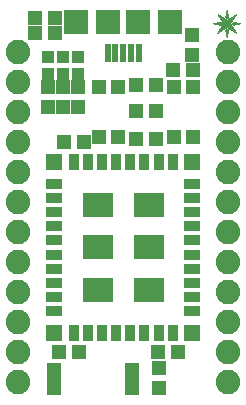
<source format=gts>
G75*
G70*
%OFA0B0*%
%FSLAX24Y24*%
%IPPOS*%
%LPD*%
%AMOC8*
5,1,8,0,0,1.08239X$1,22.5*
%
%ADD10R,0.0513X0.0474*%
%ADD11R,0.0395X0.0395*%
%ADD12C,0.0820*%
%ADD13R,0.0474X0.0513*%
%ADD14R,0.0218X0.0631*%
%ADD15R,0.0789X0.0828*%
%ADD16R,0.0828X0.0828*%
%ADD17R,0.0552X0.0552*%
%ADD18R,0.0552X0.0356*%
%ADD19R,0.0356X0.0552*%
%ADD20R,0.1025X0.0828*%
%ADD21R,0.0480X0.1080*%
%ADD22R,0.0474X0.0474*%
%ADD23C,0.0010*%
D10*
X003258Y008650D03*
X003927Y008650D03*
X003743Y009815D03*
X003743Y010485D03*
X003243Y010485D03*
X003243Y009815D03*
X002743Y009815D03*
X002743Y010485D03*
X006908Y011050D03*
X007577Y011050D03*
X007543Y011565D03*
X007543Y012235D03*
X007077Y001650D03*
X006408Y001650D03*
D11*
X003743Y010905D03*
X003743Y011495D03*
X003243Y011495D03*
X003243Y010905D03*
X002743Y010905D03*
X002743Y011495D03*
D12*
X001743Y000650D03*
X001743Y001650D03*
X001743Y002650D03*
X001743Y003650D03*
X001743Y004650D03*
X001743Y005650D03*
X001743Y006650D03*
X001743Y007650D03*
X001743Y008650D03*
X001743Y009650D03*
X001743Y010650D03*
X001743Y011650D03*
X008743Y011650D03*
X008743Y010650D03*
X008743Y009650D03*
X008743Y008650D03*
X008743Y007650D03*
X008743Y006650D03*
X008743Y005650D03*
X008743Y004650D03*
X008743Y003650D03*
X008743Y002650D03*
X008743Y001650D03*
X008743Y000650D03*
D13*
X006443Y000465D03*
X006443Y001135D03*
X003777Y001650D03*
X003108Y001650D03*
X005658Y008750D03*
X006327Y008750D03*
X006327Y009700D03*
X006327Y010550D03*
X005658Y010550D03*
X005658Y009700D03*
X002977Y012300D03*
X002977Y012800D03*
X002308Y012800D03*
X002308Y012300D03*
D14*
X004731Y011607D03*
X004987Y011607D03*
X005243Y011607D03*
X005499Y011607D03*
X005755Y011607D03*
D15*
X006818Y012650D03*
X003668Y012650D03*
D16*
X004743Y012650D03*
X005743Y012650D03*
D17*
X007546Y007993D03*
X007546Y002284D03*
X002940Y002284D03*
X002940Y007993D03*
D18*
X002940Y007264D03*
X002940Y006792D03*
X002940Y006319D03*
X002940Y005847D03*
X002940Y005374D03*
X002940Y004902D03*
X002940Y004430D03*
X002940Y003957D03*
X002940Y003485D03*
X002940Y003012D03*
X007546Y003012D03*
X007546Y003485D03*
X007546Y003957D03*
X007546Y004430D03*
X007546Y004902D03*
X007546Y005374D03*
X007546Y005847D03*
X007546Y006319D03*
X007546Y006792D03*
X007546Y007264D03*
D19*
X006896Y007993D03*
X006424Y007993D03*
X005951Y007993D03*
X005479Y007993D03*
X005007Y007993D03*
X004534Y007993D03*
X004062Y007993D03*
X003589Y007993D03*
X003589Y002284D03*
X004062Y002284D03*
X004534Y002284D03*
X005007Y002284D03*
X005479Y002284D03*
X005951Y002284D03*
X006424Y002284D03*
X006896Y002284D03*
D20*
X006089Y003721D03*
X006089Y005138D03*
X006089Y006556D03*
X004396Y006556D03*
X004396Y005138D03*
X004396Y003721D03*
D21*
X005543Y000750D03*
X002943Y000750D03*
D22*
X004428Y008823D03*
X005058Y008823D03*
X005058Y010477D03*
X004428Y010477D03*
X006928Y010477D03*
X007558Y010477D03*
X007558Y008823D03*
X006928Y008823D03*
D23*
X008693Y012160D02*
X008743Y012400D01*
X008693Y012430D01*
X008643Y012400D01*
X008693Y012160D01*
X008693Y012161D02*
X008693Y012161D01*
X008691Y012169D02*
X008695Y012169D01*
X008697Y012178D02*
X008689Y012178D01*
X008687Y012186D02*
X008698Y012186D01*
X008700Y012195D02*
X008686Y012195D01*
X008684Y012203D02*
X008702Y012203D01*
X008704Y012212D02*
X008682Y012212D01*
X008680Y012220D02*
X008705Y012220D01*
X008707Y012229D02*
X008678Y012229D01*
X008677Y012237D02*
X008709Y012237D01*
X008711Y012246D02*
X008675Y012246D01*
X008673Y012254D02*
X008712Y012254D01*
X008714Y012263D02*
X008671Y012263D01*
X008670Y012271D02*
X008716Y012271D01*
X008718Y012280D02*
X008668Y012280D01*
X008666Y012288D02*
X008720Y012288D01*
X008721Y012297D02*
X008664Y012297D01*
X008663Y012305D02*
X008723Y012305D01*
X008725Y012314D02*
X008661Y012314D01*
X008659Y012322D02*
X008727Y012322D01*
X008728Y012331D02*
X008657Y012331D01*
X008655Y012339D02*
X008730Y012339D01*
X008732Y012348D02*
X008654Y012348D01*
X008652Y012356D02*
X008734Y012356D01*
X008735Y012365D02*
X008650Y012365D01*
X008648Y012373D02*
X008737Y012373D01*
X008739Y012382D02*
X008647Y012382D01*
X008645Y012390D02*
X008741Y012390D01*
X008743Y012399D02*
X008643Y012399D01*
X008655Y012407D02*
X008731Y012407D01*
X008716Y012416D02*
X008669Y012416D01*
X008683Y012424D02*
X008702Y012424D01*
X008731Y012467D02*
X008895Y012467D01*
X008890Y012475D02*
X008717Y012475D01*
X008703Y012484D02*
X008884Y012484D01*
X008879Y012492D02*
X008509Y012492D01*
X008504Y012484D02*
X008683Y012484D01*
X008693Y012490D02*
X009003Y012300D01*
X008803Y012610D01*
X009003Y012910D01*
X008693Y012720D01*
X008393Y012910D01*
X008583Y012610D01*
X008383Y012290D01*
X008693Y012490D01*
X008670Y012475D02*
X008499Y012475D01*
X008493Y012467D02*
X008657Y012467D01*
X008644Y012458D02*
X008488Y012458D01*
X008483Y012450D02*
X008631Y012450D01*
X008617Y012441D02*
X008477Y012441D01*
X008472Y012433D02*
X008604Y012433D01*
X008591Y012424D02*
X008467Y012424D01*
X008461Y012416D02*
X008578Y012416D01*
X008565Y012407D02*
X008456Y012407D01*
X008451Y012399D02*
X008552Y012399D01*
X008538Y012390D02*
X008446Y012390D01*
X008440Y012382D02*
X008525Y012382D01*
X008512Y012373D02*
X008435Y012373D01*
X008430Y012365D02*
X008499Y012365D01*
X008486Y012356D02*
X008424Y012356D01*
X008419Y012348D02*
X008472Y012348D01*
X008459Y012339D02*
X008414Y012339D01*
X008408Y012331D02*
X008446Y012331D01*
X008433Y012322D02*
X008403Y012322D01*
X008398Y012314D02*
X008420Y012314D01*
X008407Y012305D02*
X008392Y012305D01*
X008393Y012297D02*
X008387Y012297D01*
X008515Y012501D02*
X008873Y012501D01*
X008868Y012509D02*
X008520Y012509D01*
X008525Y012518D02*
X008862Y012518D01*
X008857Y012526D02*
X008531Y012526D01*
X008536Y012535D02*
X008851Y012535D01*
X008846Y012543D02*
X008541Y012543D01*
X008546Y012552D02*
X008840Y012552D01*
X008835Y012560D02*
X008552Y012560D01*
X008557Y012569D02*
X008829Y012569D01*
X008824Y012577D02*
X008562Y012577D01*
X008568Y012586D02*
X008818Y012586D01*
X008813Y012594D02*
X008573Y012594D01*
X008578Y012603D02*
X008807Y012603D01*
X008804Y012611D02*
X008582Y012611D01*
X008577Y012620D02*
X008809Y012620D01*
X008815Y012628D02*
X008571Y012628D01*
X008566Y012637D02*
X008821Y012637D01*
X008826Y012645D02*
X008560Y012645D01*
X008555Y012654D02*
X008832Y012654D01*
X008838Y012662D02*
X008550Y012662D01*
X008544Y012671D02*
X008843Y012671D01*
X008849Y012679D02*
X008539Y012679D01*
X008533Y012688D02*
X008855Y012688D01*
X008860Y012696D02*
X008528Y012696D01*
X008523Y012705D02*
X008866Y012705D01*
X008872Y012713D02*
X008517Y012713D01*
X008512Y012722D02*
X008690Y012722D01*
X008696Y012722D02*
X008877Y012722D01*
X008883Y012730D02*
X008710Y012730D01*
X008724Y012739D02*
X008889Y012739D01*
X008894Y012747D02*
X008737Y012747D01*
X008751Y012756D02*
X008900Y012756D01*
X008906Y012764D02*
X008765Y012764D01*
X008779Y012773D02*
X008911Y012773D01*
X008917Y012781D02*
X008793Y012781D01*
X008807Y012790D02*
X008923Y012790D01*
X008928Y012798D02*
X008821Y012798D01*
X008835Y012807D02*
X008934Y012807D01*
X008940Y012815D02*
X008848Y012815D01*
X008862Y012824D02*
X008945Y012824D01*
X008951Y012832D02*
X008876Y012832D01*
X008890Y012841D02*
X008957Y012841D01*
X008962Y012849D02*
X008904Y012849D01*
X008918Y012858D02*
X008968Y012858D01*
X008974Y012866D02*
X008932Y012866D01*
X008945Y012875D02*
X008979Y012875D01*
X008985Y012883D02*
X008959Y012883D01*
X008973Y012892D02*
X008991Y012892D01*
X008987Y012900D02*
X008996Y012900D01*
X009001Y012909D02*
X009002Y012909D01*
X008903Y012660D02*
X008873Y012610D01*
X008903Y012560D01*
X009133Y012610D01*
X008903Y012660D01*
X008899Y012654D02*
X008931Y012654D01*
X008894Y012645D02*
X008970Y012645D01*
X009009Y012637D02*
X008889Y012637D01*
X008884Y012628D02*
X009048Y012628D01*
X009061Y012594D02*
X008882Y012594D01*
X008887Y012586D02*
X009022Y012586D01*
X008983Y012577D02*
X008892Y012577D01*
X008897Y012569D02*
X008944Y012569D01*
X008903Y012560D02*
X008904Y012560D01*
X008877Y012603D02*
X009100Y012603D01*
X009087Y012620D02*
X008879Y012620D01*
X008874Y012611D02*
X009127Y012611D01*
X008917Y012433D02*
X008786Y012433D01*
X008772Y012441D02*
X008912Y012441D01*
X008906Y012450D02*
X008758Y012450D01*
X008744Y012458D02*
X008901Y012458D01*
X008923Y012424D02*
X008800Y012424D01*
X008814Y012416D02*
X008928Y012416D01*
X008934Y012407D02*
X008828Y012407D01*
X008842Y012399D02*
X008939Y012399D01*
X008945Y012390D02*
X008855Y012390D01*
X008869Y012382D02*
X008950Y012382D01*
X008955Y012373D02*
X008883Y012373D01*
X008897Y012365D02*
X008961Y012365D01*
X008966Y012356D02*
X008911Y012356D01*
X008925Y012348D02*
X008972Y012348D01*
X008977Y012339D02*
X008939Y012339D01*
X008952Y012331D02*
X008983Y012331D01*
X008988Y012322D02*
X008966Y012322D01*
X008980Y012314D02*
X008994Y012314D01*
X008994Y012305D02*
X008999Y012305D01*
X008676Y012730D02*
X008507Y012730D01*
X008501Y012739D02*
X008663Y012739D01*
X008650Y012747D02*
X008496Y012747D01*
X008490Y012756D02*
X008636Y012756D01*
X008623Y012764D02*
X008485Y012764D01*
X008480Y012773D02*
X008609Y012773D01*
X008596Y012781D02*
X008474Y012781D01*
X008469Y012790D02*
X008582Y012790D01*
X008569Y012798D02*
X008464Y012798D01*
X008458Y012807D02*
X008556Y012807D01*
X008542Y012815D02*
X008453Y012815D01*
X008447Y012824D02*
X008529Y012824D01*
X008515Y012832D02*
X008442Y012832D01*
X008437Y012841D02*
X008502Y012841D01*
X008489Y012849D02*
X008431Y012849D01*
X008426Y012858D02*
X008475Y012858D01*
X008462Y012866D02*
X008420Y012866D01*
X008415Y012875D02*
X008448Y012875D01*
X008435Y012883D02*
X008410Y012883D01*
X008404Y012892D02*
X008421Y012892D01*
X008408Y012900D02*
X008399Y012900D01*
X008395Y012909D02*
X008394Y012909D01*
X008483Y012660D02*
X008523Y012610D01*
X008483Y012560D01*
X008253Y012610D01*
X008483Y012660D01*
X008488Y012654D02*
X008455Y012654D01*
X008415Y012645D02*
X008495Y012645D01*
X008501Y012637D02*
X008376Y012637D01*
X008337Y012628D02*
X008508Y012628D01*
X008515Y012620D02*
X008298Y012620D01*
X008286Y012603D02*
X008517Y012603D01*
X008522Y012611D02*
X008259Y012611D01*
X008325Y012594D02*
X008510Y012594D01*
X008503Y012586D02*
X008364Y012586D01*
X008403Y012577D02*
X008497Y012577D01*
X008490Y012569D02*
X008442Y012569D01*
X008481Y012560D02*
X008483Y012560D01*
X008643Y012810D02*
X008693Y012780D01*
X008743Y012810D01*
X008693Y013050D01*
X008643Y012810D01*
X008644Y012815D02*
X008742Y012815D01*
X008740Y012824D02*
X008646Y012824D01*
X008647Y012832D02*
X008738Y012832D01*
X008736Y012841D02*
X008649Y012841D01*
X008651Y012849D02*
X008735Y012849D01*
X008733Y012858D02*
X008653Y012858D01*
X008655Y012866D02*
X008731Y012866D01*
X008729Y012875D02*
X008656Y012875D01*
X008658Y012883D02*
X008728Y012883D01*
X008726Y012892D02*
X008660Y012892D01*
X008662Y012900D02*
X008724Y012900D01*
X008722Y012909D02*
X008663Y012909D01*
X008665Y012917D02*
X008720Y012917D01*
X008719Y012926D02*
X008667Y012926D01*
X008669Y012934D02*
X008717Y012934D01*
X008715Y012943D02*
X008670Y012943D01*
X008672Y012951D02*
X008713Y012951D01*
X008712Y012960D02*
X008674Y012960D01*
X008676Y012968D02*
X008710Y012968D01*
X008708Y012977D02*
X008678Y012977D01*
X008679Y012985D02*
X008706Y012985D01*
X008704Y012994D02*
X008681Y012994D01*
X008683Y013002D02*
X008703Y013002D01*
X008701Y013011D02*
X008685Y013011D01*
X008686Y013019D02*
X008699Y013019D01*
X008697Y013028D02*
X008688Y013028D01*
X008690Y013036D02*
X008696Y013036D01*
X008692Y013045D02*
X008694Y013045D01*
X008648Y012807D02*
X008738Y012807D01*
X008723Y012798D02*
X008662Y012798D01*
X008676Y012790D02*
X008709Y012790D01*
X008695Y012781D02*
X008691Y012781D01*
M02*

</source>
